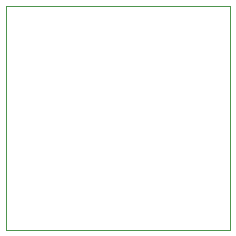
<source format=gbr>
%TF.GenerationSoftware,KiCad,Pcbnew,8.0.1*%
%TF.CreationDate,2024-05-12T21:11:43+05:30*%
%TF.ProjectId,PBSEQ-D2,50425345-512d-4443-922e-6b696361645f,0.1*%
%TF.SameCoordinates,Original*%
%TF.FileFunction,Profile,NP*%
%FSLAX46Y46*%
G04 Gerber Fmt 4.6, Leading zero omitted, Abs format (unit mm)*
G04 Created by KiCad (PCBNEW 8.0.1) date 2024-05-12 21:11:43*
%MOMM*%
%LPD*%
G01*
G04 APERTURE LIST*
%TA.AperFunction,Profile*%
%ADD10C,0.050000*%
%TD*%
G04 APERTURE END LIST*
D10*
X130055000Y-91295000D02*
X149055000Y-91295000D01*
X149055000Y-110295000D01*
X130055000Y-110295000D01*
X130055000Y-91295000D01*
M02*

</source>
